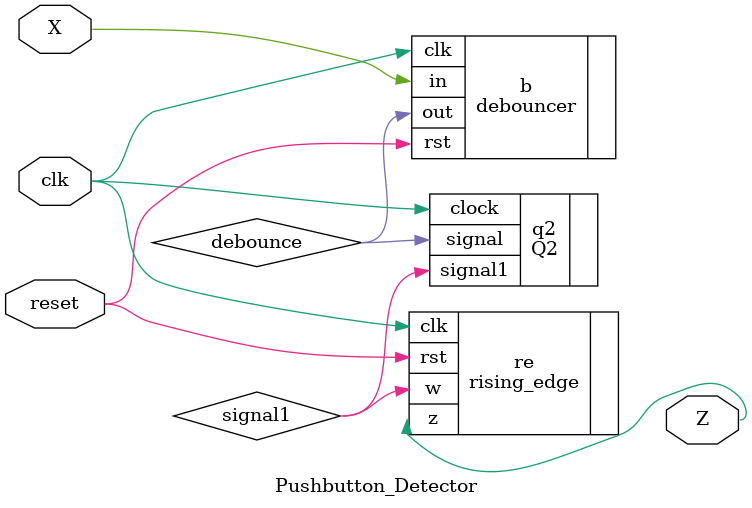
<source format=v>
`timescale 1ns / 1ps


module Pushbutton_Detector(input X,input clk , input reset, output Z);

wire debounce;
wire signal1;
wire new_clk;

//clockdivider #(250000) d (.clk(clk), .reset(reset), .clk_out(new_clk)); 
debouncer b( .clk(clk), .rst(reset), .in(X),  .out(debounce));
Q2 q2(.signal(debounce), .clock(clk), .signal1(signal1));
rising_edge re(  .clk(clk), .rst(reset),.w(signal1), .z(Z));

endmodule

</source>
